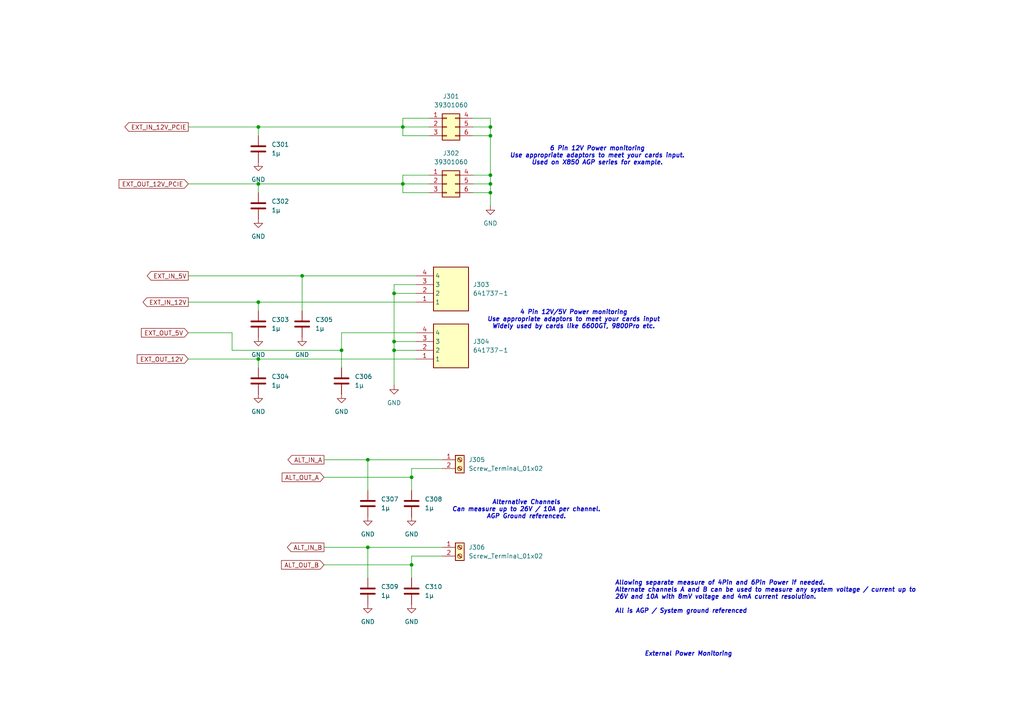
<source format=kicad_sch>
(kicad_sch (version 20250114) (generator "eeschema") (generator_version "9.0")
  (paper "A4")
  (lib_symbols
    (symbol "641737-1:641737-1"
      (property "Reference" "J" (at 16.51 7.62 0))
      (property "Value" "641737-1" (at 16.51 5.08 0))
      (symbol "641737-1_1_1"
        (rectangle (start 5.08 2.54) (end 15.24 -10.16) (stroke (width 0.254)) (fill (type background)))
        (pin passive line (at 0 0 0) (length 5.08) (name "4") (number "4"))
        (pin passive line (at 0 -2.54 0) (length 5.08) (name "3") (number "3"))
        (pin passive line (at 0 -5.08 0) (length 5.08) (name "2") (number "2"))
        (pin passive line (at 0 -7.62 0) (length 5.08) (name "1") (number "1"))
      )
    )
    (symbol "Connector:Screw_Terminal_01x02" (pin_names (offset 1.016) (hide yes))
      (property "Reference" "J" (at 0 2.54 0))
      (property "Value" "Screw_Terminal_01x02" (at 0 -5.08 0))
      (symbol "Screw_Terminal_01x02_1_1"
        (rectangle (start -1.27 1.27) (end 1.27 -3.81) (stroke (width 0.254)) (fill (type background)))
        (polyline (pts (xy -0.5334 0.3302) (xy 0.3302 -0.508)) (stroke (width 0.1524)))
        (polyline (pts (xy -0.5334 -2.2098) (xy 0.3302 -3.048)) (stroke (width 0.1524)))
        (polyline (pts (xy -0.3556 0.508) (xy 0.508 -0.3302)) (stroke (width 0.1524)))
        (polyline (pts (xy -0.3556 -2.032) (xy 0.508 -2.8702)) (stroke (width 0.1524)))
        (circle (center 0 0) (radius 0.635) (stroke (width 0.1524)))
        (circle (center 0 -2.54) (radius 0.635) (stroke (width 0.1524)))
        (pin passive line (at -5.08 0 0) (length 3.81) (name "Pin_1") (number "1"))
        (pin passive line (at -5.08 -2.54 0) (length 3.81) (name "Pin_2") (number "2"))
      )
    )
    (symbol "Connector_Generic:Conn_02x03_Top_Bottom" (pin_names (offset 1.016) (hide yes))
      (property "Reference" "J" (at 1.27 5.08 0))
      (property "Value" "Conn_02x03_Top_Bottom" (at 1.27 -5.08 0))
      (symbol "Conn_02x03_Top_Bottom_1_1"
        (rectangle (start -1.27 3.81) (end 3.81 -3.81) (stroke (width 0.254)) (fill (type background)))
        (rectangle (start -1.27 2.667) (end 0 2.413) (stroke (width 0.1524)))
        (rectangle (start -1.27 0.127) (end 0 -0.127) (stroke (width 0.1524)))
        (rectangle (start -1.27 -2.413) (end 0 -2.667) (stroke (width 0.1524)))
        (rectangle (start 3.81 2.667) (end 2.54 2.413) (stroke (width 0.1524)))
        (rectangle (start 3.81 0.127) (end 2.54 -0.127) (stroke (width 0.1524)))
        (rectangle (start 3.81 -2.413) (end 2.54 -2.667) (stroke (width 0.1524)))
        (pin passive line (at -5.08 2.54 0) (length 3.81) (name "Pin_1") (number "1"))
        (pin passive line (at -5.08 0 0) (length 3.81) (name "Pin_2") (number "2"))
        (pin passive line (at -5.08 -2.54 0) (length 3.81) (name "Pin_3") (number "3"))
        (pin passive line (at 7.62 2.54 180) (length 3.81) (name "Pin_4") (number "4"))
        (pin passive line (at 7.62 0 180) (length 3.81) (name "Pin_5") (number "5"))
        (pin passive line (at 7.62 -2.54 180) (length 3.81) (name "Pin_6") (number "6"))
      )
    )
    (symbol "Device:C" (pin_numbers (hide yes)) (pin_names (offset 0.254))
      (property "Reference" "C" (at 0.635 2.54 0))
      (property "Value" "C" (at 0.635 -2.54 0))
      (symbol "C_0_1"
        (polyline (pts (xy -2.032 0.762) (xy 2.032 0.762)) (stroke (width 0.508)))
        (polyline (pts (xy -2.032 -0.762) (xy 2.032 -0.762)) (stroke (width 0.508)))
      )
      (symbol "C_1_1"
        (pin passive line (at 0 3.81 270) (length 2.794) (name "~") (number "1"))
        (pin passive line (at 0 -3.81 90) (length 2.794) (name "~") (number "2"))
      )
    )
    (symbol "power:GND" (power) (pin_numbers (hide yes)) (pin_names (offset 0) (hide yes))
      (property "Value" "GND" (at 0 -3.81 0))
      (symbol "GND_0_1"
        (polyline (pts (xy 0 0) (xy 0 -1.27) (xy 1.27 -1.27) (xy 0 -2.54) (xy -1.27 -1.27) (xy 0 -1.27)))
      )
      (symbol "GND_1_1"
        (pin power_in line (at 0 0 270) (length 0) (name "~") (number "1"))
      )
    )
  )
  (text "Allowing separate measure of 4Pin and 6Pin Power if needed.\nAlternate channels A and B can be used to measure any system voltage / current up to\n26V and 10A with 8mV voltage and 4mA current resolution.\n\nAll is AGP / System ground referenced" (at 178.308 173.228 0) (effects (font (size 1.27 1.27) (thickness 0.254) (bold yes) (italic yes)) (justify left)))
  (text "Alternative Channels\nCan measure up to 26V / 10A per channel.\nAGP Ground referenced." (at 152.654 147.828 0) (effects (font (size 1.27 1.27) (thickness 0.254) (bold yes) (italic yes))))
  (text "6 Pin 12V Power monitoring\nUse appropriate adaptors to meet your cards input.\nUsed on X850 AGP series for example." (at 173.228 45.212 0) (effects (font (size 1.27 1.27) (thickness 0.254) (bold yes) (italic yes))))
  (text "External Power Monitoring" (at 199.644 189.738 0) (effects (font (size 1.27 1.27) (thickness 0.254) (bold yes) (italic yes))))
  (text "4 Pin 12V/5V Power monitoring\nUse appropriate adaptors to meet your cards input\nWidely used by cards like 6600GT, 9800Pro etc." (at 166.37 92.71 0) (effects (font (size 1.27 1.27) (thickness 0.254) (bold yes) (italic yes))))
  (junction (at 119.38 138.43))
  (junction (at 116.84 36.83))
  (junction (at 142.24 55.88))
  (junction (at 114.3 101.6))
  (junction (at 114.3 99.06))
  (junction (at 106.68 133.35))
  (junction (at 74.93 36.83))
  (junction (at 119.38 163.83))
  (junction (at 99.06 101.6))
  (junction (at 142.24 50.8))
  (junction (at 142.24 53.34))
  (junction (at 142.24 36.83))
  (junction (at 74.93 87.63))
  (junction (at 74.93 104.14))
  (junction (at 106.68 158.75))
  (junction (at 87.63 80.01))
  (junction (at 114.3 85.09))
  (junction (at 74.93 53.34))
  (junction (at 116.84 53.34))
  (junction (at 142.24 39.37))
  (wire (pts (xy 54.61 96.52) (xy 67.31 96.52)))
  (wire (pts (xy 93.98 158.75) (xy 106.68 158.75)))
  (wire (pts (xy 93.98 138.43) (xy 119.38 138.43)))
  (wire (pts (xy 54.61 53.34) (xy 74.93 53.34)))
  (wire (pts (xy 120.65 96.52) (xy 99.06 96.52)))
  (wire (pts (xy 124.46 50.8) (xy 116.84 50.8)))
  (wire (pts (xy 114.3 85.09) (xy 114.3 99.06)))
  (wire (pts (xy 128.27 133.35) (xy 106.68 133.35)))
  (wire (pts (xy 137.16 36.83) (xy 142.24 36.83)))
  (wire (pts (xy 124.46 34.29) (xy 116.84 34.29)))
  (wire (pts (xy 54.61 104.14) (xy 74.93 104.14)))
  (wire (pts (xy 74.93 104.14) (xy 74.93 106.68)))
  (wire (pts (xy 142.24 36.83) (xy 142.24 39.37)))
  (wire (pts (xy 114.3 99.06) (xy 120.65 99.06)))
  (wire (pts (xy 142.24 55.88) (xy 142.24 59.69)))
  (wire (pts (xy 74.93 36.83) (xy 116.84 36.83)))
  (wire (pts (xy 119.38 163.83) (xy 119.38 167.64)))
  (wire (pts (xy 116.84 53.34) (xy 124.46 53.34)))
  (wire (pts (xy 124.46 39.37) (xy 116.84 39.37)))
  (wire (pts (xy 116.84 50.8) (xy 116.84 53.34)))
  (wire (pts (xy 106.68 158.75) (xy 106.68 167.64)))
  (wire (pts (xy 114.3 99.06) (xy 114.3 101.6)))
  (wire (pts (xy 137.16 53.34) (xy 142.24 53.34)))
  (wire (pts (xy 124.46 55.88) (xy 116.84 55.88)))
  (wire (pts (xy 142.24 50.8) (xy 142.24 53.34)))
  (wire (pts (xy 116.84 34.29) (xy 116.84 36.83)))
  (wire (pts (xy 114.3 101.6) (xy 114.3 111.76)))
  (wire (pts (xy 120.65 82.55) (xy 114.3 82.55)))
  (wire (pts (xy 137.16 55.88) (xy 142.24 55.88)))
  (wire (pts (xy 119.38 138.43) (xy 119.38 142.24)))
  (wire (pts (xy 99.06 101.6) (xy 67.31 101.6)))
  (wire (pts (xy 119.38 161.29) (xy 119.38 163.83)))
  (wire (pts (xy 128.27 161.29) (xy 119.38 161.29)))
  (wire (pts (xy 93.98 133.35) (xy 106.68 133.35)))
  (wire (pts (xy 142.24 53.34) (xy 142.24 55.88)))
  (wire (pts (xy 74.93 53.34) (xy 116.84 53.34)))
  (wire (pts (xy 137.16 50.8) (xy 142.24 50.8)))
  (wire (pts (xy 74.93 87.63) (xy 120.65 87.63)))
  (wire (pts (xy 137.16 39.37) (xy 142.24 39.37)))
  (wire (pts (xy 128.27 158.75) (xy 106.68 158.75)))
  (wire (pts (xy 116.84 39.37) (xy 116.84 36.83)))
  (wire (pts (xy 114.3 101.6) (xy 120.65 101.6)))
  (wire (pts (xy 74.93 36.83) (xy 74.93 39.37)))
  (wire (pts (xy 106.68 133.35) (xy 106.68 142.24)))
  (wire (pts (xy 99.06 101.6) (xy 99.06 106.68)))
  (wire (pts (xy 119.38 135.89) (xy 119.38 138.43)))
  (wire (pts (xy 99.06 96.52) (xy 99.06 101.6)))
  (wire (pts (xy 74.93 87.63) (xy 74.93 90.17)))
  (wire (pts (xy 54.61 87.63) (xy 74.93 87.63)))
  (wire (pts (xy 114.3 82.55) (xy 114.3 85.09)))
  (wire (pts (xy 137.16 34.29) (xy 142.24 34.29)))
  (wire (pts (xy 54.61 36.83) (xy 74.93 36.83)))
  (wire (pts (xy 142.24 34.29) (xy 142.24 36.83)))
  (wire (pts (xy 74.93 104.14) (xy 120.65 104.14)))
  (wire (pts (xy 87.63 80.01) (xy 87.63 90.17)))
  (wire (pts (xy 128.27 135.89) (xy 119.38 135.89)))
  (wire (pts (xy 54.61 80.01) (xy 87.63 80.01)))
  (wire (pts (xy 67.31 101.6) (xy 67.31 96.52)))
  (wire (pts (xy 142.24 39.37) (xy 142.24 50.8)))
  (wire (pts (xy 120.65 80.01) (xy 87.63 80.01)))
  (wire (pts (xy 116.84 55.88) (xy 116.84 53.34)))
  (wire (pts (xy 116.84 36.83) (xy 124.46 36.83)))
  (wire (pts (xy 74.93 53.34) (xy 74.93 55.88)))
  (wire (pts (xy 114.3 85.09) (xy 120.65 85.09)))
  (wire (pts (xy 93.98 163.83) (xy 119.38 163.83)))
  (global_label "ALT_OUT_A" (shape input) (at 93.98 138.43 180) (property "Intersheetrefs" "${INTERSHEET_REFS}" (effects (hide yes))))
  (global_label "ALT_IN_B" (shape output) (at 93.98 158.75 180) (property "Intersheetrefs" "${INTERSHEET_REFS}" (effects (hide yes))))
  (global_label "EXT_OUT_5V" (shape input) (at 54.61 96.52 180) (property "Intersheetrefs" "${INTERSHEET_REFS}" (effects (hide yes))))
  (global_label "ALT_OUT_B" (shape input) (at 93.98 163.83 180) (property "Intersheetrefs" "${INTERSHEET_REFS}" (effects (hide yes))))
  (global_label "EXT_OUT_12V" (shape input) (at 54.61 104.14 180) (property "Intersheetrefs" "${INTERSHEET_REFS}" (effects (hide yes))))
  (global_label "EXT_OUT_12V_PCIE" (shape input) (at 54.61 53.34 180) (property "Intersheetrefs" "${INTERSHEET_REFS}" (effects (hide yes))))
  (global_label "EXT_IN_12V" (shape output) (at 54.61 87.63 180) (property "Intersheetrefs" "${INTERSHEET_REFS}" (effects (hide yes))))
  (global_label "EXT_IN_5V" (shape output) (at 54.61 80.01 180) (property "Intersheetrefs" "${INTERSHEET_REFS}" (effects (hide yes))))
  (global_label "ALT_IN_A" (shape output) (at 93.98 133.35 180) (property "Intersheetrefs" "${INTERSHEET_REFS}" (effects (hide yes))))
  (global_label "EXT_IN_12V_PCIE" (shape output) (at 54.61 36.83 180) (property "Intersheetrefs" "${INTERSHEET_REFS}" (effects (hide yes))))
  (symbol (lib_id "Connector_Generic:Conn_02x03_Top_Bottom") (at 129.54 36.83 0) (unit 1)
    (property "Reference" "J301" (at 130.81 27.94 0))
    (property "Value" "39301060" (at 130.81 30.48 0))
    (property "Footprint" "Connector_Molex:Molex_Mini-Fit_Jr_5569-06A2_2x03_P4.20mm_Horizontal" (effects (hide yes)))
    (property "Description" "Generic connector, double row, 02x03, top/bottom pin numbering scheme (row 1: 1...pins_per_row, row2: pins_per_row+1 ... num_pins), script generated (kicad-library-utils/schlib/autogen/connector/)" (effects (hide yes)))
  )
  (symbol (lib_id "power:GND") (at 106.68 175.26 0) (unit 1)
    (property "Reference" "#PWR0311" (effects (hide yes)))
    (property "Value" "GND" (at 106.68 180.34 0))
    (property "Description" "Power symbol creates a global label with name \"GND\" , ground" (effects (hide yes)))
  )
  (symbol (lib_id "641737-1:641737-1") (at 120.65 80.01 0) (unit 1)
    (property "Reference" "J303" (at 137.16 82.5499 0) (effects (justify left)))
    (property "Value" "641737-1" (at 137.16 85.0899 0) (effects (justify left)))
    (property "Footprint" "641737-1:641737-1" (effects (hide yes)))
    (property "Datasheet" "https://www.te.com/commerce/DocumentDelivery/DDEController?Action=srchrtrv&DocNm=82181_SOFTSHELL_STANDARD_DENSITY&DocType=Catalog%20Section&DocLang=English&PartCntxt=641737-1&DocFormat=pdf" (effects (hide yes)))
    (property "Description" "Configuration Features: PCB Mount Orientation Vertical | Number of Positions 4 | Number of Power Positions 4 | Number of Rows 1 | PCB Mount Orientation Right Angle | Contact Features: Contact Type Pin | Contact Mating Area Plating Material Thickness 3.81  5.08 MICM | PCB Contact Termination Area Plating Material Pre-Tin | Contact Mating Area Plating Material Tin | Contact Mating Area Plating Material Thickness 150  200 MICIN | Contact Retention Within Housing Without | Contact Layout Inline | Contact" (effects (hide yes)))
    (property "Mouser Part Number" "571-6417371" (effects (hide yes)))
    (property "Mouser Price/Stock" "https://www.mouser.co.uk/ProductDetail/TE-Connectivity/641737-1?qs=VTC3bPXuZxuOteVt3WNidA%3D%3D" (effects (hide yes)))
    (property "Manufacturer_Name" "TE Connectivity" (effects (hide yes)))
    (property "Manufacturer_Part_Number" "641737-1" (effects (hide yes)))
  )
  (symbol (lib_id "Device:C") (at 119.38 146.05 0) (unit 1)
    (property "Reference" "C308" (at 123.19 144.7799 0) (effects (justify left)))
    (property "Value" "1µ" (at 123.19 147.3199 0) (effects (justify left)))
    (property "Footprint" "Capacitor_SMD:C_0603_1608Metric" (effects (hide yes)))
    (property "Description" "Unpolarized capacitor" (effects (hide yes)))
  )
  (symbol (lib_id "power:GND") (at 74.93 63.5 0) (unit 1)
    (property "Reference" "#PWR0302" (effects (hide yes)))
    (property "Value" "GND" (at 74.93 68.58 0))
    (property "Description" "Power symbol creates a global label with name \"GND\" , ground" (effects (hide yes)))
  )
  (symbol (lib_id "power:GND") (at 119.38 175.26 0) (unit 1)
    (property "Reference" "#PWR0312" (effects (hide yes)))
    (property "Value" "GND" (at 119.38 180.34 0))
    (property "Description" "Power symbol creates a global label with name \"GND\" , ground" (effects (hide yes)))
  )
  (symbol (lib_id "power:GND") (at 99.06 114.3 0) (unit 1)
    (property "Reference" "#PWR0306" (effects (hide yes)))
    (property "Value" "GND" (at 99.06 119.38 0))
    (property "Description" "Power symbol creates a global label with name \"GND\" , ground" (effects (hide yes)))
  )
  (symbol (lib_id "Device:C") (at 74.93 59.69 0) (unit 1)
    (property "Reference" "C302" (at 78.74 58.4199 0) (effects (justify left)))
    (property "Value" "1µ" (at 78.74 60.9599 0) (effects (justify left)))
    (property "Footprint" "Capacitor_SMD:C_0603_1608Metric" (effects (hide yes)))
    (property "Description" "Unpolarized capacitor" (effects (hide yes)))
  )
  (symbol (lib_id "power:GND") (at 74.93 46.99 0) (unit 1)
    (property "Reference" "#PWR0301" (effects (hide yes)))
    (property "Value" "GND" (at 74.93 52.07 0))
    (property "Description" "Power symbol creates a global label with name \"GND\" , ground" (effects (hide yes)))
  )
  (symbol (lib_id "power:GND") (at 87.63 97.79 0) (unit 1)
    (property "Reference" "#PWR0305" (effects (hide yes)))
    (property "Value" "GND" (at 87.63 102.87 0))
    (property "Description" "Power symbol creates a global label with name \"GND\" , ground" (effects (hide yes)))
  )
  (symbol (lib_id "Device:C") (at 74.93 93.98 0) (unit 1)
    (property "Reference" "C303" (at 78.74 92.7099 0) (effects (justify left)))
    (property "Value" "1µ" (at 78.74 95.2499 0) (effects (justify left)))
    (property "Footprint" "Capacitor_SMD:C_0603_1608Metric" (effects (hide yes)))
    (property "Description" "Unpolarized capacitor" (effects (hide yes)))
  )
  (symbol (lib_id "Connector_Generic:Conn_02x03_Top_Bottom") (at 129.54 53.34 0) (unit 1)
    (property "Reference" "J302" (at 130.81 44.45 0))
    (property "Value" "39301060" (at 130.81 46.99 0))
    (property "Footprint" "Connector_Molex:Molex_Mini-Fit_Jr_5569-06A2_2x03_P4.20mm_Horizontal" (effects (hide yes)))
    (property "Description" "Generic connector, double row, 02x03, top/bottom pin numbering scheme (row 1: 1...pins_per_row, row2: pins_per_row+1 ... num_pins), script generated (kicad-library-utils/schlib/autogen/connector/)" (effects (hide yes)))
  )
  (symbol (lib_id "641737-1:641737-1") (at 120.65 96.52 0) (unit 1)
    (property "Reference" "J304" (at 137.16 99.0599 0) (effects (justify left)))
    (property "Value" "641737-1" (at 137.16 101.5999 0) (effects (justify left)))
    (property "Footprint" "641737-1:641737-1" (effects (hide yes)))
    (property "Datasheet" "https://www.te.com/commerce/DocumentDelivery/DDEController?Action=srchrtrv&DocNm=82181_SOFTSHELL_STANDARD_DENSITY&DocType=Catalog%20Section&DocLang=English&PartCntxt=641737-1&DocFormat=pdf" (effects (hide yes)))
    (property "Description" "Configuration Features: PCB Mount Orientation Vertical | Number of Positions 4 | Number of Power Positions 4 | Number of Rows 1 | PCB Mount Orientation Right Angle | Contact Features: Contact Type Pin | Contact Mating Area Plating Material Thickness 3.81  5.08 MICM | PCB Contact Termination Area Plating Material Pre-Tin | Contact Mating Area Plating Material Tin | Contact Mating Area Plating Material Thickness 150  200 MICIN | Contact Retention Within Housing Without | Contact Layout Inline | Contact" (effects (hide yes)))
    (property "Mouser Part Number" "571-6417371" (effects (hide yes)))
    (property "Mouser Price/Stock" "https://www.mouser.co.uk/ProductDetail/TE-Connectivity/641737-1?qs=VTC3bPXuZxuOteVt3WNidA%3D%3D" (effects (hide yes)))
    (property "Manufacturer_Name" "TE Connectivity" (effects (hide yes)))
    (property "Manufacturer_Part_Number" "641737-1" (effects (hide yes)))
  )
  (symbol (lib_id "power:GND") (at 74.93 97.79 0) (unit 1)
    (property "Reference" "#PWR0303" (effects (hide yes)))
    (property "Value" "GND" (at 74.93 102.87 0))
    (property "Description" "Power symbol creates a global label with name \"GND\" , ground" (effects (hide yes)))
  )
  (symbol (lib_id "Device:C") (at 119.38 171.45 0) (unit 1)
    (property "Reference" "C310" (at 123.19 170.1799 0) (effects (justify left)))
    (property "Value" "1µ" (at 123.19 172.7199 0) (effects (justify left)))
    (property "Footprint" "Capacitor_SMD:C_0603_1608Metric" (effects (hide yes)))
    (property "Description" "Unpolarized capacitor" (effects (hide yes)))
  )
  (symbol (lib_id "power:GND") (at 74.93 114.3 0) (unit 1)
    (property "Reference" "#PWR0304" (effects (hide yes)))
    (property "Value" "GND" (at 74.93 119.38 0))
    (property "Description" "Power symbol creates a global label with name \"GND\" , ground" (effects (hide yes)))
  )
  (symbol (lib_id "power:GND") (at 142.24 59.69 0) (unit 1)
    (property "Reference" "#PWR0308" (effects (hide yes)))
    (property "Value" "GND" (at 142.24 64.77 0))
    (property "Description" "Power symbol creates a global label with name \"GND\" , ground" (effects (hide yes)))
  )
  (symbol (lib_id "Connector:Screw_Terminal_01x02") (at 133.35 158.75 0) (unit 1)
    (property "Reference" "J306" (at 135.89 158.7499 0) (effects (justify left)))
    (property "Value" "Screw_Terminal_01x02" (at 135.89 161.2899 0) (effects (justify left)))
    (property "Footprint" "TerminalBlock_RND:TerminalBlock_RND_205-00232_1x02_P5.08mm_Horizontal" (effects (hide yes)))
    (property "Description" "Generic screw terminal, single row, 01x02, script generated (kicad-library-utils/schlib/autogen/connector/)" (effects (hide yes)))
  )
  (symbol (lib_id "Device:C") (at 74.93 43.18 0) (unit 1)
    (property "Reference" "C301" (at 78.74 41.9099 0) (effects (justify left)))
    (property "Value" "1µ" (at 78.74 44.4499 0) (effects (justify left)))
    (property "Footprint" "Capacitor_SMD:C_0603_1608Metric" (effects (hide yes)))
    (property "Description" "Unpolarized capacitor" (effects (hide yes)))
  )
  (symbol (lib_id "power:GND") (at 106.68 149.86 0) (unit 1)
    (property "Reference" "#PWR0310" (effects (hide yes)))
    (property "Value" "GND" (at 106.68 154.94 0))
    (property "Description" "Power symbol creates a global label with name \"GND\" , ground" (effects (hide yes)))
  )
  (symbol (lib_id "Device:C") (at 106.68 146.05 0) (unit 1)
    (property "Reference" "C307" (at 110.49 144.7799 0) (effects (justify left)))
    (property "Value" "1µ" (at 110.49 147.3199 0) (effects (justify left)))
    (property "Footprint" "Capacitor_SMD:C_0603_1608Metric" (effects (hide yes)))
    (property "Description" "Unpolarized capacitor" (effects (hide yes)))
  )
  (symbol (lib_id "Device:C") (at 99.06 110.49 0) (unit 1)
    (property "Reference" "C306" (at 102.87 109.2199 0) (effects (justify left)))
    (property "Value" "1µ" (at 102.87 111.7599 0) (effects (justify left)))
    (property "Footprint" "Capacitor_SMD:C_0603_1608Metric" (effects (hide yes)))
    (property "Description" "Unpolarized capacitor" (effects (hide yes)))
  )
  (symbol (lib_id "Connector:Screw_Terminal_01x02") (at 133.35 133.35 0) (unit 1)
    (property "Reference" "J305" (at 135.89 133.3499 0) (effects (justify left)))
    (property "Value" "Screw_Terminal_01x02" (at 135.89 135.8899 0) (effects (justify left)))
    (property "Footprint" "TerminalBlock_RND:TerminalBlock_RND_205-00232_1x02_P5.08mm_Horizontal" (effects (hide yes)))
    (property "Description" "Generic screw terminal, single row, 01x02, script generated (kicad-library-utils/schlib/autogen/connector/)" (effects (hide yes)))
  )
  (symbol (lib_id "power:GND") (at 119.38 149.86 0) (unit 1)
    (property "Reference" "#PWR0309" (effects (hide yes)))
    (property "Value" "GND" (at 119.38 154.94 0))
    (property "Description" "Power symbol creates a global label with name \"GND\" , ground" (effects (hide yes)))
  )
  (symbol (lib_id "Device:C") (at 87.63 93.98 0) (unit 1)
    (property "Reference" "C305" (at 91.44 92.7099 0) (effects (justify left)))
    (property "Value" "1µ" (at 91.44 95.2499 0) (effects (justify left)))
    (property "Footprint" "Capacitor_SMD:C_0603_1608Metric" (effects (hide yes)))
    (property "Description" "Unpolarized capacitor" (effects (hide yes)))
  )
  (symbol (lib_id "Device:C") (at 106.68 171.45 0) (unit 1)
    (property "Reference" "C309" (at 110.49 170.1799 0) (effects (justify left)))
    (property "Value" "1µ" (at 110.49 172.7199 0) (effects (justify left)))
    (property "Footprint" "Capacitor_SMD:C_0603_1608Metric" (effects (hide yes)))
    (property "Description" "Unpolarized capacitor" (effects (hide yes)))
  )
  (symbol (lib_id "Device:C") (at 74.93 110.49 0) (unit 1)
    (property "Reference" "C304" (at 78.74 109.2199 0) (effects (justify left)))
    (property "Value" "1µ" (at 78.74 111.7599 0) (effects (justify left)))
    (property "Footprint" "Capacitor_SMD:C_0603_1608Metric" (effects (hide yes)))
    (property "Description" "Unpolarized capacitor" (effects (hide yes)))
  )
  (symbol (lib_id "power:GND") (at 114.3 111.76 0) (unit 1)
    (property "Reference" "#PWR0307" (effects (hide yes)))
    (property "Value" "GND" (at 114.3 116.84 0))
    (property "Description" "Power symbol creates a global label with name \"GND\" , ground" (effects (hide yes)))
  )
)
</source>
